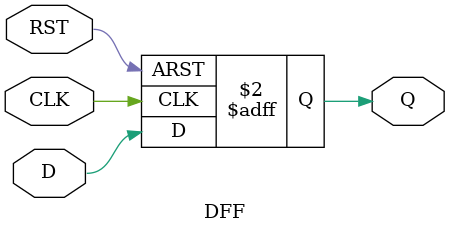
<source format=v>
module DFF(Q, D, CLK, RST);
// input list
input D, CLK, RST;
// output list
output Q;

reg Q;
// Whenever RST change or at -ve edge of clock
always @ (posedge RST or negedge CLK)
begin
    if (RST)
       Q = 1'b0;
    else
       Q = D;
end

endmodule

</source>
